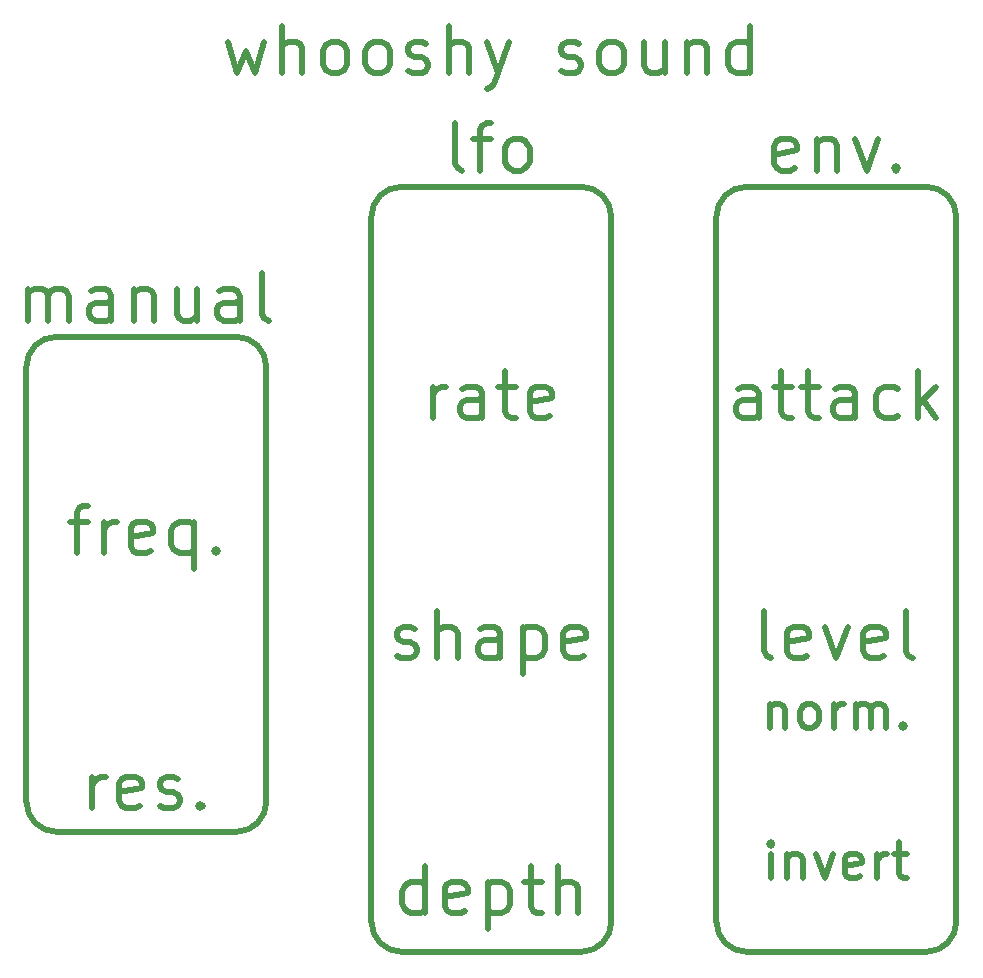
<source format=gto>
G04 #@! TF.GenerationSoftware,KiCad,Pcbnew,5.1.10-88a1d61d58~88~ubuntu20.04.1*
G04 #@! TF.CreationDate,2021-06-29T16:29:24-04:00*
G04 #@! TF.ProjectId,whooshy_sound_front_panel,77686f6f-7368-4795-9f73-6f756e645f66,0*
G04 #@! TF.SameCoordinates,Original*
G04 #@! TF.FileFunction,Legend,Top*
G04 #@! TF.FilePolarity,Positive*
%FSLAX46Y46*%
G04 Gerber Fmt 4.6, Leading zero omitted, Abs format (unit mm)*
G04 Created by KiCad (PCBNEW 5.1.10-88a1d61d58~88~ubuntu20.04.1) date 2021-06-29 16:29:24*
%MOMM*%
%LPD*%
G01*
G04 APERTURE LIST*
%ADD10C,0.500000*%
%ADD11C,0.120000*%
%ADD12C,6.500000*%
%ADD13C,0.900000*%
G04 APERTURE END LIST*
D10*
X140407142Y-94607142D02*
X140407142Y-96607142D01*
X140407142Y-94892857D02*
X140550000Y-94750000D01*
X140835714Y-94607142D01*
X141264285Y-94607142D01*
X141550000Y-94750000D01*
X141692857Y-95035714D01*
X141692857Y-96607142D01*
X143550000Y-96607142D02*
X143264285Y-96464285D01*
X143121428Y-96321428D01*
X142978571Y-96035714D01*
X142978571Y-95178571D01*
X143121428Y-94892857D01*
X143264285Y-94750000D01*
X143550000Y-94607142D01*
X143978571Y-94607142D01*
X144264285Y-94750000D01*
X144407142Y-94892857D01*
X144550000Y-95178571D01*
X144550000Y-96035714D01*
X144407142Y-96321428D01*
X144264285Y-96464285D01*
X143978571Y-96607142D01*
X143550000Y-96607142D01*
X145835714Y-96607142D02*
X145835714Y-94607142D01*
X145835714Y-95178571D02*
X145978571Y-94892857D01*
X146121428Y-94750000D01*
X146407142Y-94607142D01*
X146692857Y-94607142D01*
X147692857Y-96607142D02*
X147692857Y-94607142D01*
X147692857Y-94892857D02*
X147835714Y-94750000D01*
X148121428Y-94607142D01*
X148550000Y-94607142D01*
X148835714Y-94750000D01*
X148978571Y-95035714D01*
X148978571Y-96607142D01*
X148978571Y-95035714D02*
X149121428Y-94750000D01*
X149407142Y-94607142D01*
X149835714Y-94607142D01*
X150121428Y-94750000D01*
X150264285Y-95035714D01*
X150264285Y-96607142D01*
X151692857Y-96321428D02*
X151835714Y-96464285D01*
X151692857Y-96607142D01*
X151550000Y-96464285D01*
X151692857Y-96321428D01*
X151692857Y-96607142D01*
X77630000Y-62134523D02*
X77630000Y-59467857D01*
X77630000Y-59848809D02*
X77820476Y-59658333D01*
X78201428Y-59467857D01*
X78772857Y-59467857D01*
X79153809Y-59658333D01*
X79344285Y-60039285D01*
X79344285Y-62134523D01*
X79344285Y-60039285D02*
X79534761Y-59658333D01*
X79915714Y-59467857D01*
X80487142Y-59467857D01*
X80868095Y-59658333D01*
X81058571Y-60039285D01*
X81058571Y-62134523D01*
X84677619Y-62134523D02*
X84677619Y-60039285D01*
X84487142Y-59658333D01*
X84106190Y-59467857D01*
X83344285Y-59467857D01*
X82963333Y-59658333D01*
X84677619Y-61944047D02*
X84296666Y-62134523D01*
X83344285Y-62134523D01*
X82963333Y-61944047D01*
X82772857Y-61563095D01*
X82772857Y-61182142D01*
X82963333Y-60801190D01*
X83344285Y-60610714D01*
X84296666Y-60610714D01*
X84677619Y-60420238D01*
X86582380Y-59467857D02*
X86582380Y-62134523D01*
X86582380Y-59848809D02*
X86772857Y-59658333D01*
X87153809Y-59467857D01*
X87725238Y-59467857D01*
X88106190Y-59658333D01*
X88296666Y-60039285D01*
X88296666Y-62134523D01*
X91915714Y-59467857D02*
X91915714Y-62134523D01*
X90201428Y-59467857D02*
X90201428Y-61563095D01*
X90391904Y-61944047D01*
X90772857Y-62134523D01*
X91344285Y-62134523D01*
X91725238Y-61944047D01*
X91915714Y-61753571D01*
X95534761Y-62134523D02*
X95534761Y-60039285D01*
X95344285Y-59658333D01*
X94963333Y-59467857D01*
X94201428Y-59467857D01*
X93820476Y-59658333D01*
X95534761Y-61944047D02*
X95153809Y-62134523D01*
X94201428Y-62134523D01*
X93820476Y-61944047D01*
X93630000Y-61563095D01*
X93630000Y-61182142D01*
X93820476Y-60801190D01*
X94201428Y-60610714D01*
X95153809Y-60610714D01*
X95534761Y-60420238D01*
X98010952Y-62134523D02*
X97630000Y-61944047D01*
X97439523Y-61563095D01*
X97439523Y-58134523D01*
X140478571Y-109307142D02*
X140478571Y-107307142D01*
X140478571Y-106307142D02*
X140335714Y-106450000D01*
X140478571Y-106592857D01*
X140621428Y-106450000D01*
X140478571Y-106307142D01*
X140478571Y-106592857D01*
X141907142Y-107307142D02*
X141907142Y-109307142D01*
X141907142Y-107592857D02*
X142050000Y-107450000D01*
X142335714Y-107307142D01*
X142764285Y-107307142D01*
X143050000Y-107450000D01*
X143192857Y-107735714D01*
X143192857Y-109307142D01*
X144335714Y-107307142D02*
X145050000Y-109307142D01*
X145764285Y-107307142D01*
X148050000Y-109164285D02*
X147764285Y-109307142D01*
X147192857Y-109307142D01*
X146907142Y-109164285D01*
X146764285Y-108878571D01*
X146764285Y-107735714D01*
X146907142Y-107450000D01*
X147192857Y-107307142D01*
X147764285Y-107307142D01*
X148050000Y-107450000D01*
X148192857Y-107735714D01*
X148192857Y-108021428D01*
X146764285Y-108307142D01*
X149478571Y-109307142D02*
X149478571Y-107307142D01*
X149478571Y-107878571D02*
X149621428Y-107592857D01*
X149764285Y-107450000D01*
X150050000Y-107307142D01*
X150335714Y-107307142D01*
X150907142Y-107307142D02*
X152050000Y-107307142D01*
X151335714Y-106307142D02*
X151335714Y-108878571D01*
X151478571Y-109164285D01*
X151764285Y-109307142D01*
X152050000Y-109307142D01*
X142526190Y-49244047D02*
X142145238Y-49434523D01*
X141383333Y-49434523D01*
X141002380Y-49244047D01*
X140811904Y-48863095D01*
X140811904Y-47339285D01*
X141002380Y-46958333D01*
X141383333Y-46767857D01*
X142145238Y-46767857D01*
X142526190Y-46958333D01*
X142716666Y-47339285D01*
X142716666Y-47720238D01*
X140811904Y-48101190D01*
X144430952Y-46767857D02*
X144430952Y-49434523D01*
X144430952Y-47148809D02*
X144621428Y-46958333D01*
X145002380Y-46767857D01*
X145573809Y-46767857D01*
X145954761Y-46958333D01*
X146145238Y-47339285D01*
X146145238Y-49434523D01*
X147669047Y-46767857D02*
X148621428Y-49434523D01*
X149573809Y-46767857D01*
X151097619Y-49053571D02*
X151288095Y-49244047D01*
X151097619Y-49434523D01*
X150907142Y-49244047D01*
X151097619Y-49053571D01*
X151097619Y-49434523D01*
X114363809Y-49434523D02*
X113982857Y-49244047D01*
X113792380Y-48863095D01*
X113792380Y-45434523D01*
X115316190Y-46767857D02*
X116840000Y-46767857D01*
X115887619Y-49434523D02*
X115887619Y-46005952D01*
X116078095Y-45625000D01*
X116459047Y-45434523D01*
X116840000Y-45434523D01*
X118744761Y-49434523D02*
X118363809Y-49244047D01*
X118173333Y-49053571D01*
X117982857Y-48672619D01*
X117982857Y-47529761D01*
X118173333Y-47148809D01*
X118363809Y-46958333D01*
X118744761Y-46767857D01*
X119316190Y-46767857D01*
X119697142Y-46958333D01*
X119887619Y-47148809D01*
X120078095Y-47529761D01*
X120078095Y-48672619D01*
X119887619Y-49053571D01*
X119697142Y-49244047D01*
X119316190Y-49434523D01*
X118744761Y-49434523D01*
X109220000Y-115570000D02*
G75*
G02*
X106680000Y-113030000I0J2540000D01*
G01*
X106680000Y-113030000D02*
X106680000Y-53340000D01*
X124460000Y-50800000D02*
G75*
G02*
X127000000Y-53340000I0J-2540000D01*
G01*
X106680000Y-53340000D02*
G75*
G02*
X109220000Y-50800000I2540000J0D01*
G01*
X109220000Y-50800000D02*
X124460000Y-50800000D01*
D11*
X109220000Y-115570000D02*
X109220000Y-115570000D01*
D10*
X127000000Y-53340000D02*
X127000000Y-113030000D01*
X127000000Y-113030000D02*
G75*
G02*
X124460000Y-115570000I-2540000J0D01*
G01*
X124460000Y-115570000D02*
X109220000Y-115570000D01*
X138430000Y-115570000D02*
G75*
G02*
X135890000Y-113030000I0J2540000D01*
G01*
X135890000Y-113030000D02*
X135890000Y-53340000D01*
X153670000Y-50800000D02*
G75*
G02*
X156210000Y-53340000I0J-2540000D01*
G01*
X135890000Y-53340000D02*
G75*
G02*
X138430000Y-50800000I2540000J0D01*
G01*
X138430000Y-50800000D02*
X153670000Y-50800000D01*
D11*
X138430000Y-115570000D02*
X138430000Y-115570000D01*
D10*
X156210000Y-53340000D02*
X156210000Y-113030000D01*
X156210000Y-113030000D02*
G75*
G02*
X153670000Y-115570000I-2540000J0D01*
G01*
X153670000Y-115570000D02*
X138430000Y-115570000D01*
X80010000Y-105410000D02*
G75*
G02*
X77470000Y-102870000I0J2540000D01*
G01*
X77470000Y-102870000D02*
X77470000Y-66040000D01*
X95250000Y-63500000D02*
G75*
G02*
X97790000Y-66040000I0J-2540000D01*
G01*
X77470000Y-66040000D02*
G75*
G02*
X80010000Y-63500000I2540000J0D01*
G01*
X80010000Y-63500000D02*
X95250000Y-63500000D01*
X97790000Y-66040000D02*
X97790000Y-102870000D01*
X97790000Y-102870000D02*
G75*
G02*
X95250000Y-105410000I-2540000J0D01*
G01*
X95250000Y-105410000D02*
X80010000Y-105410000D01*
X111220952Y-112299523D02*
X111220952Y-108299523D01*
X111220952Y-112109047D02*
X110840000Y-112299523D01*
X110078095Y-112299523D01*
X109697142Y-112109047D01*
X109506666Y-111918571D01*
X109316190Y-111537619D01*
X109316190Y-110394761D01*
X109506666Y-110013809D01*
X109697142Y-109823333D01*
X110078095Y-109632857D01*
X110840000Y-109632857D01*
X111220952Y-109823333D01*
X114649523Y-112109047D02*
X114268571Y-112299523D01*
X113506666Y-112299523D01*
X113125714Y-112109047D01*
X112935238Y-111728095D01*
X112935238Y-110204285D01*
X113125714Y-109823333D01*
X113506666Y-109632857D01*
X114268571Y-109632857D01*
X114649523Y-109823333D01*
X114840000Y-110204285D01*
X114840000Y-110585238D01*
X112935238Y-110966190D01*
X116554285Y-109632857D02*
X116554285Y-113632857D01*
X116554285Y-109823333D02*
X116935238Y-109632857D01*
X117697142Y-109632857D01*
X118078095Y-109823333D01*
X118268571Y-110013809D01*
X118459047Y-110394761D01*
X118459047Y-111537619D01*
X118268571Y-111918571D01*
X118078095Y-112109047D01*
X117697142Y-112299523D01*
X116935238Y-112299523D01*
X116554285Y-112109047D01*
X119601904Y-109632857D02*
X121125714Y-109632857D01*
X120173333Y-108299523D02*
X120173333Y-111728095D01*
X120363809Y-112109047D01*
X120744761Y-112299523D01*
X121125714Y-112299523D01*
X122459047Y-112299523D02*
X122459047Y-108299523D01*
X124173333Y-112299523D02*
X124173333Y-110204285D01*
X123982857Y-109823333D01*
X123601904Y-109632857D01*
X123030476Y-109632857D01*
X122649523Y-109823333D01*
X122459047Y-110013809D01*
X108840000Y-90519047D02*
X109220952Y-90709523D01*
X109982857Y-90709523D01*
X110363809Y-90519047D01*
X110554285Y-90138095D01*
X110554285Y-89947619D01*
X110363809Y-89566666D01*
X109982857Y-89376190D01*
X109411428Y-89376190D01*
X109030476Y-89185714D01*
X108840000Y-88804761D01*
X108840000Y-88614285D01*
X109030476Y-88233333D01*
X109411428Y-88042857D01*
X109982857Y-88042857D01*
X110363809Y-88233333D01*
X112268571Y-90709523D02*
X112268571Y-86709523D01*
X113982857Y-90709523D02*
X113982857Y-88614285D01*
X113792380Y-88233333D01*
X113411428Y-88042857D01*
X112840000Y-88042857D01*
X112459047Y-88233333D01*
X112268571Y-88423809D01*
X117601904Y-90709523D02*
X117601904Y-88614285D01*
X117411428Y-88233333D01*
X117030476Y-88042857D01*
X116268571Y-88042857D01*
X115887619Y-88233333D01*
X117601904Y-90519047D02*
X117220952Y-90709523D01*
X116268571Y-90709523D01*
X115887619Y-90519047D01*
X115697142Y-90138095D01*
X115697142Y-89757142D01*
X115887619Y-89376190D01*
X116268571Y-89185714D01*
X117220952Y-89185714D01*
X117601904Y-88995238D01*
X119506666Y-88042857D02*
X119506666Y-92042857D01*
X119506666Y-88233333D02*
X119887619Y-88042857D01*
X120649523Y-88042857D01*
X121030476Y-88233333D01*
X121220952Y-88423809D01*
X121411428Y-88804761D01*
X121411428Y-89947619D01*
X121220952Y-90328571D01*
X121030476Y-90519047D01*
X120649523Y-90709523D01*
X119887619Y-90709523D01*
X119506666Y-90519047D01*
X124649523Y-90519047D02*
X124268571Y-90709523D01*
X123506666Y-90709523D01*
X123125714Y-90519047D01*
X122935238Y-90138095D01*
X122935238Y-88614285D01*
X123125714Y-88233333D01*
X123506666Y-88042857D01*
X124268571Y-88042857D01*
X124649523Y-88233333D01*
X124840000Y-88614285D01*
X124840000Y-88995238D01*
X122935238Y-89376190D01*
X140526190Y-90709523D02*
X140145238Y-90519047D01*
X139954761Y-90138095D01*
X139954761Y-86709523D01*
X143573809Y-90519047D02*
X143192857Y-90709523D01*
X142430952Y-90709523D01*
X142050000Y-90519047D01*
X141859523Y-90138095D01*
X141859523Y-88614285D01*
X142050000Y-88233333D01*
X142430952Y-88042857D01*
X143192857Y-88042857D01*
X143573809Y-88233333D01*
X143764285Y-88614285D01*
X143764285Y-88995238D01*
X141859523Y-89376190D01*
X145097619Y-88042857D02*
X146050000Y-90709523D01*
X147002380Y-88042857D01*
X150050000Y-90519047D02*
X149669047Y-90709523D01*
X148907142Y-90709523D01*
X148526190Y-90519047D01*
X148335714Y-90138095D01*
X148335714Y-88614285D01*
X148526190Y-88233333D01*
X148907142Y-88042857D01*
X149669047Y-88042857D01*
X150050000Y-88233333D01*
X150240476Y-88614285D01*
X150240476Y-88995238D01*
X148335714Y-89376190D01*
X152526190Y-90709523D02*
X152145238Y-90519047D01*
X151954761Y-90138095D01*
X151954761Y-86709523D01*
X83058571Y-103409523D02*
X83058571Y-100742857D01*
X83058571Y-101504761D02*
X83249047Y-101123809D01*
X83439523Y-100933333D01*
X83820476Y-100742857D01*
X84201428Y-100742857D01*
X87058571Y-103219047D02*
X86677619Y-103409523D01*
X85915714Y-103409523D01*
X85534761Y-103219047D01*
X85344285Y-102838095D01*
X85344285Y-101314285D01*
X85534761Y-100933333D01*
X85915714Y-100742857D01*
X86677619Y-100742857D01*
X87058571Y-100933333D01*
X87249047Y-101314285D01*
X87249047Y-101695238D01*
X85344285Y-102076190D01*
X88772857Y-103219047D02*
X89153809Y-103409523D01*
X89915714Y-103409523D01*
X90296666Y-103219047D01*
X90487142Y-102838095D01*
X90487142Y-102647619D01*
X90296666Y-102266666D01*
X89915714Y-102076190D01*
X89344285Y-102076190D01*
X88963333Y-101885714D01*
X88772857Y-101504761D01*
X88772857Y-101314285D01*
X88963333Y-100933333D01*
X89344285Y-100742857D01*
X89915714Y-100742857D01*
X90296666Y-100933333D01*
X92201428Y-103028571D02*
X92391904Y-103219047D01*
X92201428Y-103409523D01*
X92010952Y-103219047D01*
X92201428Y-103028571D01*
X92201428Y-103409523D01*
X94554285Y-38512857D02*
X95316190Y-41179523D01*
X96078095Y-39274761D01*
X96839999Y-41179523D01*
X97601904Y-38512857D01*
X99125714Y-41179523D02*
X99125714Y-37179523D01*
X100839999Y-41179523D02*
X100839999Y-39084285D01*
X100649523Y-38703333D01*
X100268571Y-38512857D01*
X99697142Y-38512857D01*
X99316190Y-38703333D01*
X99125714Y-38893809D01*
X103316190Y-41179523D02*
X102935238Y-40989047D01*
X102744761Y-40798571D01*
X102554285Y-40417619D01*
X102554285Y-39274761D01*
X102744761Y-38893809D01*
X102935238Y-38703333D01*
X103316190Y-38512857D01*
X103887619Y-38512857D01*
X104268571Y-38703333D01*
X104459047Y-38893809D01*
X104649523Y-39274761D01*
X104649523Y-40417619D01*
X104459047Y-40798571D01*
X104268571Y-40989047D01*
X103887619Y-41179523D01*
X103316190Y-41179523D01*
X106935238Y-41179523D02*
X106554285Y-40989047D01*
X106363809Y-40798571D01*
X106173333Y-40417619D01*
X106173333Y-39274761D01*
X106363809Y-38893809D01*
X106554285Y-38703333D01*
X106935238Y-38512857D01*
X107506666Y-38512857D01*
X107887619Y-38703333D01*
X108078095Y-38893809D01*
X108268571Y-39274761D01*
X108268571Y-40417619D01*
X108078095Y-40798571D01*
X107887619Y-40989047D01*
X107506666Y-41179523D01*
X106935238Y-41179523D01*
X109792380Y-40989047D02*
X110173333Y-41179523D01*
X110935238Y-41179523D01*
X111316190Y-40989047D01*
X111506666Y-40608095D01*
X111506666Y-40417619D01*
X111316190Y-40036666D01*
X110935238Y-39846190D01*
X110363809Y-39846190D01*
X109982857Y-39655714D01*
X109792380Y-39274761D01*
X109792380Y-39084285D01*
X109982857Y-38703333D01*
X110363809Y-38512857D01*
X110935238Y-38512857D01*
X111316190Y-38703333D01*
X113220952Y-41179523D02*
X113220952Y-37179523D01*
X114935238Y-41179523D02*
X114935238Y-39084285D01*
X114744761Y-38703333D01*
X114363809Y-38512857D01*
X113792380Y-38512857D01*
X113411428Y-38703333D01*
X113220952Y-38893809D01*
X116459047Y-38512857D02*
X117411428Y-41179523D01*
X118363809Y-38512857D02*
X117411428Y-41179523D01*
X117030476Y-42131904D01*
X116839999Y-42322380D01*
X116459047Y-42512857D01*
X122744761Y-40989047D02*
X123125714Y-41179523D01*
X123887619Y-41179523D01*
X124268571Y-40989047D01*
X124459047Y-40608095D01*
X124459047Y-40417619D01*
X124268571Y-40036666D01*
X123887619Y-39846190D01*
X123316190Y-39846190D01*
X122935238Y-39655714D01*
X122744761Y-39274761D01*
X122744761Y-39084285D01*
X122935238Y-38703333D01*
X123316190Y-38512857D01*
X123887619Y-38512857D01*
X124268571Y-38703333D01*
X126744761Y-41179523D02*
X126363809Y-40989047D01*
X126173333Y-40798571D01*
X125982857Y-40417619D01*
X125982857Y-39274761D01*
X126173333Y-38893809D01*
X126363809Y-38703333D01*
X126744761Y-38512857D01*
X127316190Y-38512857D01*
X127697142Y-38703333D01*
X127887619Y-38893809D01*
X128078095Y-39274761D01*
X128078095Y-40417619D01*
X127887619Y-40798571D01*
X127697142Y-40989047D01*
X127316190Y-41179523D01*
X126744761Y-41179523D01*
X131506666Y-38512857D02*
X131506666Y-41179523D01*
X129792380Y-38512857D02*
X129792380Y-40608095D01*
X129982857Y-40989047D01*
X130363809Y-41179523D01*
X130935238Y-41179523D01*
X131316190Y-40989047D01*
X131506666Y-40798571D01*
X133411428Y-38512857D02*
X133411428Y-41179523D01*
X133411428Y-38893809D02*
X133601904Y-38703333D01*
X133982857Y-38512857D01*
X134554285Y-38512857D01*
X134935238Y-38703333D01*
X135125714Y-39084285D01*
X135125714Y-41179523D01*
X138744761Y-41179523D02*
X138744761Y-37179523D01*
X138744761Y-40989047D02*
X138363809Y-41179523D01*
X137601904Y-41179523D01*
X137220952Y-40989047D01*
X137030476Y-40798571D01*
X136840000Y-40417619D01*
X136840000Y-39274761D01*
X137030476Y-38893809D01*
X137220952Y-38703333D01*
X137601904Y-38512857D01*
X138363809Y-38512857D01*
X138744761Y-38703333D01*
X139478571Y-70389523D02*
X139478571Y-68294285D01*
X139288095Y-67913333D01*
X138907142Y-67722857D01*
X138145238Y-67722857D01*
X137764285Y-67913333D01*
X139478571Y-70199047D02*
X139097619Y-70389523D01*
X138145238Y-70389523D01*
X137764285Y-70199047D01*
X137573809Y-69818095D01*
X137573809Y-69437142D01*
X137764285Y-69056190D01*
X138145238Y-68865714D01*
X139097619Y-68865714D01*
X139478571Y-68675238D01*
X140811904Y-67722857D02*
X142335714Y-67722857D01*
X141383333Y-66389523D02*
X141383333Y-69818095D01*
X141573809Y-70199047D01*
X141954761Y-70389523D01*
X142335714Y-70389523D01*
X143097619Y-67722857D02*
X144621428Y-67722857D01*
X143669047Y-66389523D02*
X143669047Y-69818095D01*
X143859523Y-70199047D01*
X144240476Y-70389523D01*
X144621428Y-70389523D01*
X147669047Y-70389523D02*
X147669047Y-68294285D01*
X147478571Y-67913333D01*
X147097619Y-67722857D01*
X146335714Y-67722857D01*
X145954761Y-67913333D01*
X147669047Y-70199047D02*
X147288095Y-70389523D01*
X146335714Y-70389523D01*
X145954761Y-70199047D01*
X145764285Y-69818095D01*
X145764285Y-69437142D01*
X145954761Y-69056190D01*
X146335714Y-68865714D01*
X147288095Y-68865714D01*
X147669047Y-68675238D01*
X151288095Y-70199047D02*
X150907142Y-70389523D01*
X150145238Y-70389523D01*
X149764285Y-70199047D01*
X149573809Y-70008571D01*
X149383333Y-69627619D01*
X149383333Y-68484761D01*
X149573809Y-68103809D01*
X149764285Y-67913333D01*
X150145238Y-67722857D01*
X150907142Y-67722857D01*
X151288095Y-67913333D01*
X153002380Y-70389523D02*
X153002380Y-66389523D01*
X153383333Y-68865714D02*
X154526190Y-70389523D01*
X154526190Y-67722857D02*
X153002380Y-69246666D01*
X111887619Y-70389523D02*
X111887619Y-67722857D01*
X111887619Y-68484761D02*
X112078095Y-68103809D01*
X112268571Y-67913333D01*
X112649523Y-67722857D01*
X113030476Y-67722857D01*
X116078095Y-70389523D02*
X116078095Y-68294285D01*
X115887619Y-67913333D01*
X115506666Y-67722857D01*
X114744761Y-67722857D01*
X114363809Y-67913333D01*
X116078095Y-70199047D02*
X115697142Y-70389523D01*
X114744761Y-70389523D01*
X114363809Y-70199047D01*
X114173333Y-69818095D01*
X114173333Y-69437142D01*
X114363809Y-69056190D01*
X114744761Y-68865714D01*
X115697142Y-68865714D01*
X116078095Y-68675238D01*
X117411428Y-67722857D02*
X118935238Y-67722857D01*
X117982857Y-66389523D02*
X117982857Y-69818095D01*
X118173333Y-70199047D01*
X118554285Y-70389523D01*
X118935238Y-70389523D01*
X121792380Y-70199047D02*
X121411428Y-70389523D01*
X120649523Y-70389523D01*
X120268571Y-70199047D01*
X120078095Y-69818095D01*
X120078095Y-68294285D01*
X120268571Y-67913333D01*
X120649523Y-67722857D01*
X121411428Y-67722857D01*
X121792380Y-67913333D01*
X121982857Y-68294285D01*
X121982857Y-68675238D01*
X120078095Y-69056190D01*
X81153809Y-79152857D02*
X82677619Y-79152857D01*
X81725238Y-81819523D02*
X81725238Y-78390952D01*
X81915714Y-78010000D01*
X82296666Y-77819523D01*
X82677619Y-77819523D01*
X84010952Y-81819523D02*
X84010952Y-79152857D01*
X84010952Y-79914761D02*
X84201428Y-79533809D01*
X84391904Y-79343333D01*
X84772857Y-79152857D01*
X85153809Y-79152857D01*
X88010952Y-81629047D02*
X87630000Y-81819523D01*
X86868095Y-81819523D01*
X86487142Y-81629047D01*
X86296666Y-81248095D01*
X86296666Y-79724285D01*
X86487142Y-79343333D01*
X86868095Y-79152857D01*
X87630000Y-79152857D01*
X88010952Y-79343333D01*
X88201428Y-79724285D01*
X88201428Y-80105238D01*
X86296666Y-80486190D01*
X91630000Y-79152857D02*
X91630000Y-83152857D01*
X91630000Y-81629047D02*
X91249047Y-81819523D01*
X90487142Y-81819523D01*
X90106190Y-81629047D01*
X89915714Y-81438571D01*
X89725238Y-81057619D01*
X89725238Y-79914761D01*
X89915714Y-79533809D01*
X90106190Y-79343333D01*
X90487142Y-79152857D01*
X91249047Y-79152857D01*
X91630000Y-79343333D01*
X93534761Y-81438571D02*
X93725238Y-81629047D01*
X93534761Y-81819523D01*
X93344285Y-81629047D01*
X93534761Y-81438571D01*
X93534761Y-81819523D01*
%LPC*%
D12*
X154940000Y-40640000D03*
D13*
X157340000Y-40640000D03*
X156637056Y-42337056D03*
X154940000Y-43040000D03*
X153242944Y-42337056D03*
X152540000Y-40640000D03*
X153242944Y-38942944D03*
X154940000Y-38240000D03*
X156637056Y-38942944D03*
D12*
X78740000Y-40640000D03*
D13*
X81140000Y-40640000D03*
X80437056Y-42337056D03*
X78740000Y-43040000D03*
X77042944Y-42337056D03*
X76340000Y-40640000D03*
X77042944Y-38942944D03*
X78740000Y-38240000D03*
X80437056Y-38942944D03*
X156637056Y-125302944D03*
X154940000Y-124600000D03*
X153242944Y-125302944D03*
X152540000Y-127000000D03*
X153242944Y-128697056D03*
X154940000Y-129400000D03*
X156637056Y-128697056D03*
X157340000Y-127000000D03*
D12*
X154940000Y-127000000D03*
D13*
X80437056Y-125302944D03*
X78740000Y-124600000D03*
X77042944Y-125302944D03*
X76340000Y-127000000D03*
X77042944Y-128697056D03*
X78740000Y-129400000D03*
X80437056Y-128697056D03*
X81140000Y-127000000D03*
D12*
X78740000Y-127000000D03*
M02*

</source>
